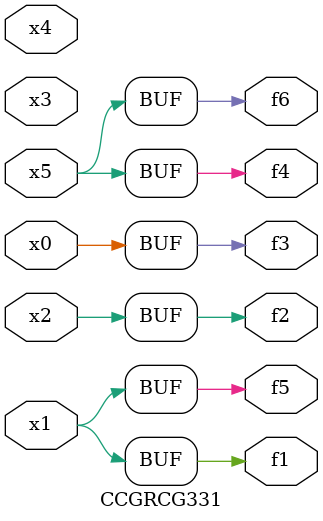
<source format=v>
module CCGRCG331(
	input x0, x1, x2, x3, x4, x5,
	output f1, f2, f3, f4, f5, f6
);
	assign f1 = x1;
	assign f2 = x2;
	assign f3 = x0;
	assign f4 = x5;
	assign f5 = x1;
	assign f6 = x5;
endmodule

</source>
